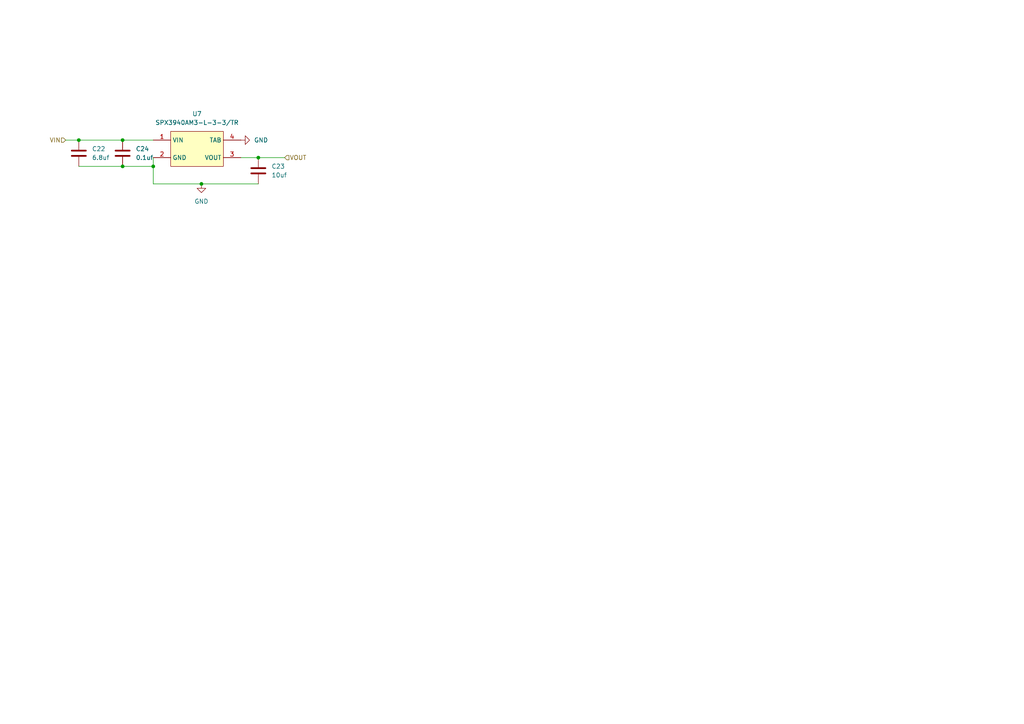
<source format=kicad_sch>
(kicad_sch (version 20231120) (generator "eeschema") (generator_version "8.0")
  (paper "A4")
  (lib_symbols
    (symbol "Device:C" (pin_numbers hide) (pin_names (offset 0.254))
      (property "Reference" "C" (at 0.635 2.54 0))
      (property "Value" "C" (at 0.635 -2.54 0))
      (symbol "C_0_1"
        (polyline (pts (xy -2.032 -0.762) (xy 2.032 -0.762)) (stroke (width 0.508)))
        (polyline (pts (xy -2.032 0.762) (xy 2.032 0.762)) (stroke (width 0.508)))
      )
      (symbol "C_1_1"
        (pin passive line (at 0 3.81 270) (length 2.794) (name "~") (number "1"))
        (pin passive line (at 0 -3.81 90) (length 2.794) (name "~") (number "2"))
      )
    )
    (symbol "easyeda2kicad:SPX3940AM3-L-3-3_TR"
      (property "Reference" "U" (at 0 7.62 0))
      (property "Value" "SPX3940AM3-L-3-3/TR" (at 0 -7.62 0))
      (symbol "SPX3940AM3-L-3-3_TR_0_1"
        (rectangle (start -7.62 5.08) (end 7.62 -5.08) (fill (type background)))
        (pin power_in line (at -12.7 2.54 0) (length 5.08) (name "VIN") (number "1"))
        (pin power_in line (at -12.7 -2.54 0) (length 5.08) (name "GND") (number "2"))
        (pin power_out line (at 12.7 -2.54 180) (length 5.08) (name "VOUT") (number "3"))
        (pin unspecified line (at 12.7 2.54 180) (length 5.08) (name "TAB") (number "4"))
      )
    )
    (symbol "power:GND" (power) (pin_numbers hide) (pin_names (offset 0) hide)
      (property "Value" "GND" (at 0 -3.81 0))
      (symbol "GND_0_1"
        (polyline (pts (xy 0 0) (xy 0 -1.27) (xy 1.27 -1.27) (xy 0 -2.54) (xy -1.27 -1.27) (xy 0 -1.27)))
      )
      (symbol "GND_1_1"
        (pin power_in line (at 0 0 270) (length 0) (name "~") (number "1"))
      )
    )
  )
  (junction (at 44.45 48.26))
  (junction (at 35.56 48.26))
  (junction (at 22.86 40.64))
  (junction (at 58.42 53.34))
  (junction (at 35.56 40.64))
  (junction (at 74.93 45.72))
  (wire (pts (xy 74.93 45.72) (xy 82.55 45.72)))
  (wire (pts (xy 44.45 48.26) (xy 35.56 48.26)))
  (wire (pts (xy 74.93 53.34) (xy 58.42 53.34)))
  (wire (pts (xy 44.45 45.72) (xy 44.45 48.26)))
  (wire (pts (xy 44.45 53.34) (xy 44.45 48.26)))
  (wire (pts (xy 19.05 40.64) (xy 22.86 40.64)))
  (wire (pts (xy 69.85 45.72) (xy 74.93 45.72)))
  (wire (pts (xy 35.56 48.26) (xy 22.86 48.26)))
  (wire (pts (xy 22.86 40.64) (xy 35.56 40.64)))
  (wire (pts (xy 35.56 40.64) (xy 44.45 40.64)))
  (wire (pts (xy 58.42 53.34) (xy 44.45 53.34)))
  (hierarchical_label "VOUT" (shape input) (at 82.55 45.72 0))
  (hierarchical_label "VIN" (shape input) (at 19.05 40.64 180))
  (symbol (lib_id "Device:C") (at 74.93 49.53 0) (unit 1)
    (property "Reference" "C23" (at 78.74 48.2599 0) (effects (justify left)))
    (property "Value" "10uf" (at 78.74 50.7999 0) (effects (justify left)))
    (property "Footprint" "Capacitor_SMD:C_0603_1608Metric" (effects (hide yes)))
    (property "Description" "Unpolarized capacitor" (effects (hide yes)))
  )
  (symbol (lib_id "Device:C") (at 35.56 44.45 0) (unit 1)
    (property "Reference" "C24" (at 39.37 43.1799 0) (effects (justify left)))
    (property "Value" "0.1uf" (at 39.37 45.7199 0) (effects (justify left)))
    (property "Footprint" "Capacitor_SMD:C_0603_1608Metric" (effects (hide yes)))
    (property "Description" "Unpolarized capacitor" (effects (hide yes)))
  )
  (symbol (lib_id "Device:C") (at 22.86 44.45 0) (unit 1)
    (property "Reference" "C22" (at 26.67 43.1799 0) (effects (justify left)))
    (property "Value" "6.8uf" (at 26.67 45.7199 0) (effects (justify left)))
    (property "Footprint" "Capacitor_SMD:C_0603_1608Metric" (effects (hide yes)))
    (property "Description" "Unpolarized capacitor" (effects (hide yes)))
  )
  (symbol (lib_id "easyeda2kicad:SPX3940AM3-L-3-3_TR") (at 57.15 43.18 0) (unit 1)
    (property "Reference" "U7" (at 57.15 33.02 0))
    (property "Value" "SPX3940AM3-L-3-3/TR" (at 57.15 35.56 0))
    (property "Footprint" "easyeda2kicad:SOT-223-3_L6.5-W3.4-P2.30-LS7.0-BR" (effects (hide yes)))
    (property "Datasheet" "https://lcsc.com/product-detail/Low-Dropout-Regulators-LDO_SIPEX_SPX3940AM3-L-3-3-TR_SPX3940AM3-L-3-3-TR_C48252.html" (effects (hide yes)))
    (property "LCSC Part" "C48252" (effects (hide yes)))
  )
  (symbol (lib_id "power:GND") (at 69.85 40.64 90) (unit 1)
    (property "Reference" "#PWR048" (effects (hide yes)))
    (property "Value" "GND" (at 73.66 40.6399 90) (effects (justify right)))
    (property "Description" "Power symbol creates a global label with name \"GND\" , ground" (effects (hide yes)))
  )
  (symbol (lib_id "power:GND") (at 58.42 53.34 0) (unit 1)
    (property "Reference" "#PWR047" (effects (hide yes)))
    (property "Value" "GND" (at 58.42 58.42 0))
    (property "Description" "Power symbol creates a global label with name \"GND\" , ground" (effects (hide yes)))
  )
)
</source>
